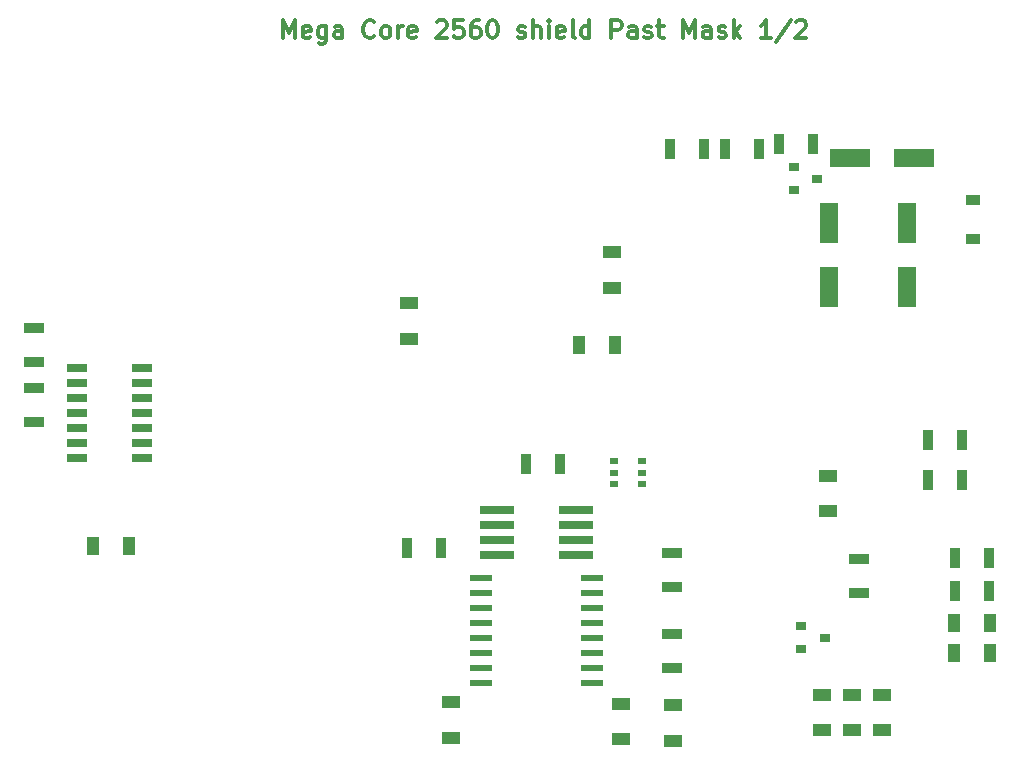
<source format=gbr>
G04 #@! TF.FileFunction,Paste,Top*
%FSLAX46Y46*%
G04 Gerber Fmt 4.6, Leading zero omitted, Abs format (unit mm)*
G04 Created by KiCad (PCBNEW 4.0.7) date 04/25/18 16:31:08*
%MOMM*%
%LPD*%
G01*
G04 APERTURE LIST*
%ADD10C,0.100000*%
%ADD11C,0.300000*%
%ADD12R,0.900000X1.700000*%
%ADD13R,1.200000X0.900000*%
%ADD14R,0.900000X0.800000*%
%ADD15R,1.600000X1.000000*%
%ADD16R,1.000000X1.600000*%
%ADD17R,1.700000X0.900000*%
%ADD18R,1.980000X0.530000*%
%ADD19R,3.000000X0.650000*%
%ADD20R,0.800000X0.550000*%
%ADD21R,3.500000X1.600000*%
%ADD22R,1.600000X3.500000*%
%ADD23R,1.800000X0.698500*%
G04 APERTURE END LIST*
D10*
D11*
X164425378Y-58113051D02*
X164425378Y-56613051D01*
X164925378Y-57684480D01*
X165425378Y-56613051D01*
X165425378Y-58113051D01*
X166711092Y-58041623D02*
X166568235Y-58113051D01*
X166282521Y-58113051D01*
X166139664Y-58041623D01*
X166068235Y-57898766D01*
X166068235Y-57327337D01*
X166139664Y-57184480D01*
X166282521Y-57113051D01*
X166568235Y-57113051D01*
X166711092Y-57184480D01*
X166782521Y-57327337D01*
X166782521Y-57470194D01*
X166068235Y-57613051D01*
X168068235Y-57113051D02*
X168068235Y-58327337D01*
X167996806Y-58470194D01*
X167925378Y-58541623D01*
X167782521Y-58613051D01*
X167568235Y-58613051D01*
X167425378Y-58541623D01*
X168068235Y-58041623D02*
X167925378Y-58113051D01*
X167639664Y-58113051D01*
X167496806Y-58041623D01*
X167425378Y-57970194D01*
X167353949Y-57827337D01*
X167353949Y-57398766D01*
X167425378Y-57255909D01*
X167496806Y-57184480D01*
X167639664Y-57113051D01*
X167925378Y-57113051D01*
X168068235Y-57184480D01*
X169425378Y-58113051D02*
X169425378Y-57327337D01*
X169353949Y-57184480D01*
X169211092Y-57113051D01*
X168925378Y-57113051D01*
X168782521Y-57184480D01*
X169425378Y-58041623D02*
X169282521Y-58113051D01*
X168925378Y-58113051D01*
X168782521Y-58041623D01*
X168711092Y-57898766D01*
X168711092Y-57755909D01*
X168782521Y-57613051D01*
X168925378Y-57541623D01*
X169282521Y-57541623D01*
X169425378Y-57470194D01*
X172139664Y-57970194D02*
X172068235Y-58041623D01*
X171853949Y-58113051D01*
X171711092Y-58113051D01*
X171496807Y-58041623D01*
X171353949Y-57898766D01*
X171282521Y-57755909D01*
X171211092Y-57470194D01*
X171211092Y-57255909D01*
X171282521Y-56970194D01*
X171353949Y-56827337D01*
X171496807Y-56684480D01*
X171711092Y-56613051D01*
X171853949Y-56613051D01*
X172068235Y-56684480D01*
X172139664Y-56755909D01*
X172996807Y-58113051D02*
X172853949Y-58041623D01*
X172782521Y-57970194D01*
X172711092Y-57827337D01*
X172711092Y-57398766D01*
X172782521Y-57255909D01*
X172853949Y-57184480D01*
X172996807Y-57113051D01*
X173211092Y-57113051D01*
X173353949Y-57184480D01*
X173425378Y-57255909D01*
X173496807Y-57398766D01*
X173496807Y-57827337D01*
X173425378Y-57970194D01*
X173353949Y-58041623D01*
X173211092Y-58113051D01*
X172996807Y-58113051D01*
X174139664Y-58113051D02*
X174139664Y-57113051D01*
X174139664Y-57398766D02*
X174211092Y-57255909D01*
X174282521Y-57184480D01*
X174425378Y-57113051D01*
X174568235Y-57113051D01*
X175639663Y-58041623D02*
X175496806Y-58113051D01*
X175211092Y-58113051D01*
X175068235Y-58041623D01*
X174996806Y-57898766D01*
X174996806Y-57327337D01*
X175068235Y-57184480D01*
X175211092Y-57113051D01*
X175496806Y-57113051D01*
X175639663Y-57184480D01*
X175711092Y-57327337D01*
X175711092Y-57470194D01*
X174996806Y-57613051D01*
X177425377Y-56755909D02*
X177496806Y-56684480D01*
X177639663Y-56613051D01*
X177996806Y-56613051D01*
X178139663Y-56684480D01*
X178211092Y-56755909D01*
X178282520Y-56898766D01*
X178282520Y-57041623D01*
X178211092Y-57255909D01*
X177353949Y-58113051D01*
X178282520Y-58113051D01*
X179639663Y-56613051D02*
X178925377Y-56613051D01*
X178853948Y-57327337D01*
X178925377Y-57255909D01*
X179068234Y-57184480D01*
X179425377Y-57184480D01*
X179568234Y-57255909D01*
X179639663Y-57327337D01*
X179711091Y-57470194D01*
X179711091Y-57827337D01*
X179639663Y-57970194D01*
X179568234Y-58041623D01*
X179425377Y-58113051D01*
X179068234Y-58113051D01*
X178925377Y-58041623D01*
X178853948Y-57970194D01*
X180996805Y-56613051D02*
X180711091Y-56613051D01*
X180568234Y-56684480D01*
X180496805Y-56755909D01*
X180353948Y-56970194D01*
X180282519Y-57255909D01*
X180282519Y-57827337D01*
X180353948Y-57970194D01*
X180425376Y-58041623D01*
X180568234Y-58113051D01*
X180853948Y-58113051D01*
X180996805Y-58041623D01*
X181068234Y-57970194D01*
X181139662Y-57827337D01*
X181139662Y-57470194D01*
X181068234Y-57327337D01*
X180996805Y-57255909D01*
X180853948Y-57184480D01*
X180568234Y-57184480D01*
X180425376Y-57255909D01*
X180353948Y-57327337D01*
X180282519Y-57470194D01*
X182068233Y-56613051D02*
X182211090Y-56613051D01*
X182353947Y-56684480D01*
X182425376Y-56755909D01*
X182496805Y-56898766D01*
X182568233Y-57184480D01*
X182568233Y-57541623D01*
X182496805Y-57827337D01*
X182425376Y-57970194D01*
X182353947Y-58041623D01*
X182211090Y-58113051D01*
X182068233Y-58113051D01*
X181925376Y-58041623D01*
X181853947Y-57970194D01*
X181782519Y-57827337D01*
X181711090Y-57541623D01*
X181711090Y-57184480D01*
X181782519Y-56898766D01*
X181853947Y-56755909D01*
X181925376Y-56684480D01*
X182068233Y-56613051D01*
X184282518Y-58041623D02*
X184425375Y-58113051D01*
X184711090Y-58113051D01*
X184853947Y-58041623D01*
X184925375Y-57898766D01*
X184925375Y-57827337D01*
X184853947Y-57684480D01*
X184711090Y-57613051D01*
X184496804Y-57613051D01*
X184353947Y-57541623D01*
X184282518Y-57398766D01*
X184282518Y-57327337D01*
X184353947Y-57184480D01*
X184496804Y-57113051D01*
X184711090Y-57113051D01*
X184853947Y-57184480D01*
X185568233Y-58113051D02*
X185568233Y-56613051D01*
X186211090Y-58113051D02*
X186211090Y-57327337D01*
X186139661Y-57184480D01*
X185996804Y-57113051D01*
X185782519Y-57113051D01*
X185639661Y-57184480D01*
X185568233Y-57255909D01*
X186925376Y-58113051D02*
X186925376Y-57113051D01*
X186925376Y-56613051D02*
X186853947Y-56684480D01*
X186925376Y-56755909D01*
X186996804Y-56684480D01*
X186925376Y-56613051D01*
X186925376Y-56755909D01*
X188211090Y-58041623D02*
X188068233Y-58113051D01*
X187782519Y-58113051D01*
X187639662Y-58041623D01*
X187568233Y-57898766D01*
X187568233Y-57327337D01*
X187639662Y-57184480D01*
X187782519Y-57113051D01*
X188068233Y-57113051D01*
X188211090Y-57184480D01*
X188282519Y-57327337D01*
X188282519Y-57470194D01*
X187568233Y-57613051D01*
X189139662Y-58113051D02*
X188996804Y-58041623D01*
X188925376Y-57898766D01*
X188925376Y-56613051D01*
X190353947Y-58113051D02*
X190353947Y-56613051D01*
X190353947Y-58041623D02*
X190211090Y-58113051D01*
X189925376Y-58113051D01*
X189782518Y-58041623D01*
X189711090Y-57970194D01*
X189639661Y-57827337D01*
X189639661Y-57398766D01*
X189711090Y-57255909D01*
X189782518Y-57184480D01*
X189925376Y-57113051D01*
X190211090Y-57113051D01*
X190353947Y-57184480D01*
X192211090Y-58113051D02*
X192211090Y-56613051D01*
X192782518Y-56613051D01*
X192925376Y-56684480D01*
X192996804Y-56755909D01*
X193068233Y-56898766D01*
X193068233Y-57113051D01*
X192996804Y-57255909D01*
X192925376Y-57327337D01*
X192782518Y-57398766D01*
X192211090Y-57398766D01*
X194353947Y-58113051D02*
X194353947Y-57327337D01*
X194282518Y-57184480D01*
X194139661Y-57113051D01*
X193853947Y-57113051D01*
X193711090Y-57184480D01*
X194353947Y-58041623D02*
X194211090Y-58113051D01*
X193853947Y-58113051D01*
X193711090Y-58041623D01*
X193639661Y-57898766D01*
X193639661Y-57755909D01*
X193711090Y-57613051D01*
X193853947Y-57541623D01*
X194211090Y-57541623D01*
X194353947Y-57470194D01*
X194996804Y-58041623D02*
X195139661Y-58113051D01*
X195425376Y-58113051D01*
X195568233Y-58041623D01*
X195639661Y-57898766D01*
X195639661Y-57827337D01*
X195568233Y-57684480D01*
X195425376Y-57613051D01*
X195211090Y-57613051D01*
X195068233Y-57541623D01*
X194996804Y-57398766D01*
X194996804Y-57327337D01*
X195068233Y-57184480D01*
X195211090Y-57113051D01*
X195425376Y-57113051D01*
X195568233Y-57184480D01*
X196068233Y-57113051D02*
X196639662Y-57113051D01*
X196282519Y-56613051D02*
X196282519Y-57898766D01*
X196353947Y-58041623D01*
X196496805Y-58113051D01*
X196639662Y-58113051D01*
X198282519Y-58113051D02*
X198282519Y-56613051D01*
X198782519Y-57684480D01*
X199282519Y-56613051D01*
X199282519Y-58113051D01*
X200639662Y-58113051D02*
X200639662Y-57327337D01*
X200568233Y-57184480D01*
X200425376Y-57113051D01*
X200139662Y-57113051D01*
X199996805Y-57184480D01*
X200639662Y-58041623D02*
X200496805Y-58113051D01*
X200139662Y-58113051D01*
X199996805Y-58041623D01*
X199925376Y-57898766D01*
X199925376Y-57755909D01*
X199996805Y-57613051D01*
X200139662Y-57541623D01*
X200496805Y-57541623D01*
X200639662Y-57470194D01*
X201282519Y-58041623D02*
X201425376Y-58113051D01*
X201711091Y-58113051D01*
X201853948Y-58041623D01*
X201925376Y-57898766D01*
X201925376Y-57827337D01*
X201853948Y-57684480D01*
X201711091Y-57613051D01*
X201496805Y-57613051D01*
X201353948Y-57541623D01*
X201282519Y-57398766D01*
X201282519Y-57327337D01*
X201353948Y-57184480D01*
X201496805Y-57113051D01*
X201711091Y-57113051D01*
X201853948Y-57184480D01*
X202568234Y-58113051D02*
X202568234Y-56613051D01*
X202711091Y-57541623D02*
X203139662Y-58113051D01*
X203139662Y-57113051D02*
X202568234Y-57684480D01*
X205711091Y-58113051D02*
X204853948Y-58113051D01*
X205282520Y-58113051D02*
X205282520Y-56613051D01*
X205139663Y-56827337D01*
X204996805Y-56970194D01*
X204853948Y-57041623D01*
X207425376Y-56541623D02*
X206139662Y-58470194D01*
X207853948Y-56755909D02*
X207925377Y-56684480D01*
X208068234Y-56613051D01*
X208425377Y-56613051D01*
X208568234Y-56684480D01*
X208639663Y-56755909D01*
X208711091Y-56898766D01*
X208711091Y-57041623D01*
X208639663Y-57255909D01*
X207782520Y-58113051D01*
X208711091Y-58113051D01*
D12*
X206418520Y-67086480D03*
X209318520Y-67086480D03*
D13*
X222854520Y-75086480D03*
X222854520Y-71786480D03*
D14*
X208265520Y-107919480D03*
X208265520Y-109819480D03*
X210265520Y-108869480D03*
D12*
X221891520Y-92105480D03*
X218991520Y-92105480D03*
X221891520Y-95534480D03*
X218991520Y-95534480D03*
D15*
X210535520Y-98177480D03*
X210535520Y-95177480D03*
D12*
X197147520Y-67467480D03*
X200047520Y-67467480D03*
D16*
X224227520Y-110139480D03*
X221227520Y-110139480D03*
X224227520Y-107599480D03*
X221227520Y-107599480D03*
D12*
X221277520Y-104932480D03*
X224177520Y-104932480D03*
X221277520Y-102138480D03*
X224177520Y-102138480D03*
D15*
X215107520Y-116719480D03*
X215107520Y-113719480D03*
X212567520Y-116719480D03*
X212567520Y-113719480D03*
X210027520Y-116719480D03*
X210027520Y-113719480D03*
D17*
X213202520Y-105112480D03*
X213202520Y-102212480D03*
D12*
X201846520Y-67467480D03*
X204746520Y-67467480D03*
D15*
X197454520Y-114608480D03*
X197454520Y-117608480D03*
X193009520Y-117481480D03*
X193009520Y-114481480D03*
X178658520Y-117354480D03*
X178658520Y-114354480D03*
D18*
X181212520Y-103789480D03*
X181212520Y-105059480D03*
X181212520Y-106329480D03*
X181212520Y-107599480D03*
X181212520Y-108869480D03*
X181212520Y-110139480D03*
X181212520Y-111409480D03*
X181212520Y-112679480D03*
X190582520Y-112679480D03*
X190582520Y-111409480D03*
X190582520Y-110139480D03*
X190582520Y-108869480D03*
X190582520Y-107599480D03*
X190582520Y-106329480D03*
X190582520Y-105059480D03*
X190582520Y-103789480D03*
D17*
X197327520Y-111462480D03*
X197327520Y-108562480D03*
X197327520Y-104604480D03*
X197327520Y-101704480D03*
D12*
X177822520Y-101249480D03*
X174922520Y-101249480D03*
D19*
X189247520Y-98074480D03*
X189247520Y-99344480D03*
X189247520Y-100614480D03*
X189247520Y-101884480D03*
X182547520Y-101884480D03*
X182547520Y-100614480D03*
X182547520Y-99344480D03*
X182547520Y-98074480D03*
D20*
X192444520Y-93949480D03*
X192444520Y-94899480D03*
X192444520Y-95849480D03*
X194844520Y-95849480D03*
X194844520Y-94899480D03*
X194844520Y-93949480D03*
D12*
X187855520Y-94137480D03*
X184955520Y-94137480D03*
D17*
X143352520Y-85554480D03*
X143352520Y-82654480D03*
X143352520Y-90634480D03*
X143352520Y-87734480D03*
D16*
X151329520Y-101122480D03*
X148329520Y-101122480D03*
D15*
X175102520Y-83572480D03*
X175102520Y-80572480D03*
D16*
X192477520Y-84104480D03*
X189477520Y-84104480D03*
D21*
X212407520Y-68229480D03*
X217807520Y-68229480D03*
D15*
X192247520Y-79254480D03*
X192247520Y-76254480D03*
D22*
X217266520Y-79184480D03*
X217266520Y-73784480D03*
X210662520Y-73784480D03*
X210662520Y-79184480D03*
D23*
X146954240Y-86012020D03*
X146954240Y-87282020D03*
X146954240Y-88552020D03*
X146954240Y-89819480D03*
X146954240Y-91086940D03*
X146954240Y-92356940D03*
X146954240Y-93626940D03*
X152450800Y-93626940D03*
X152450800Y-92356940D03*
X152450800Y-91086940D03*
X152450800Y-89819480D03*
X152450800Y-88552020D03*
X152450800Y-87282020D03*
X152450800Y-86012020D03*
D14*
X207630520Y-69057480D03*
X207630520Y-70957480D03*
X209630520Y-70007480D03*
M02*

</source>
